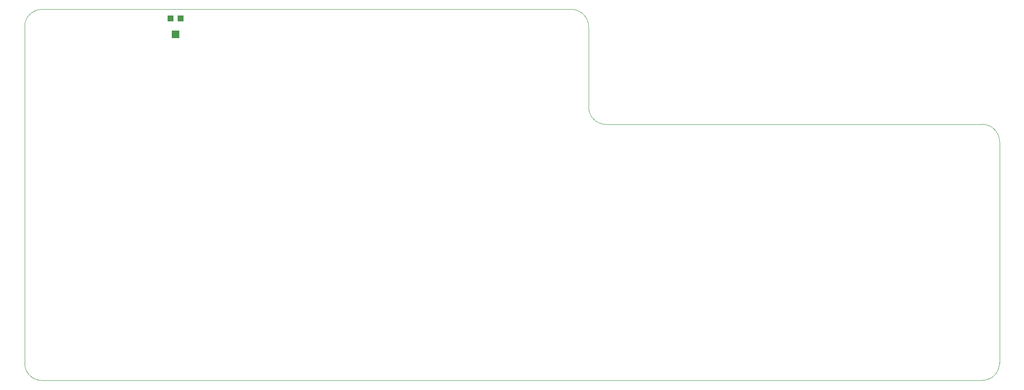
<source format=gbr>
%TF.GenerationSoftware,KiCad,Pcbnew,(6.0.7)*%
%TF.CreationDate,2023-07-28T14:32:25-04:00*%
%TF.ProjectId,Stylophone,5374796c-6f70-4686-9f6e-652e6b696361,rev?*%
%TF.SameCoordinates,Original*%
%TF.FileFunction,Paste,Bot*%
%TF.FilePolarity,Positive*%
%FSLAX46Y46*%
G04 Gerber Fmt 4.6, Leading zero omitted, Abs format (unit mm)*
G04 Created by KiCad (PCBNEW (6.0.7)) date 2023-07-28 14:32:25*
%MOMM*%
%LPD*%
G01*
G04 APERTURE LIST*
%TA.AperFunction,Profile*%
%ADD10C,0.100000*%
%TD*%
%ADD11R,1.200000X1.200000*%
%ADD12R,1.600000X1.500000*%
G04 APERTURE END LIST*
D10*
X26000000Y-85500000D02*
X132974874Y-85500000D01*
X26000000Y-85500000D02*
G75*
G03*
X22500000Y-89000000I0J-3500000D01*
G01*
X216000000Y-160480000D02*
X26000000Y-160500000D01*
X216000000Y-108720000D02*
X139974874Y-108740000D01*
X216000000Y-160480000D02*
G75*
G03*
X219500000Y-156980000I0J3500000D01*
G01*
X136474900Y-105240000D02*
G75*
G03*
X139974874Y-108740000I3500000J0D01*
G01*
X22500000Y-157000000D02*
G75*
G03*
X26000000Y-160500000I3500000J0D01*
G01*
X136474874Y-89000000D02*
X136474874Y-105240000D01*
X219500000Y-112220000D02*
G75*
G03*
X216000000Y-108720000I-3500000J0D01*
G01*
X22500000Y-89000000D02*
X22500000Y-157000000D01*
X136474900Y-89000000D02*
G75*
G03*
X132974874Y-85500000I-3500000J0D01*
G01*
X219500000Y-156980000D02*
X219500000Y-112220000D01*
D11*
%TO.C,RV1*%
X52000000Y-87300000D03*
D12*
X53000000Y-90550000D03*
D11*
X54000000Y-87300000D03*
%TD*%
M02*

</source>
